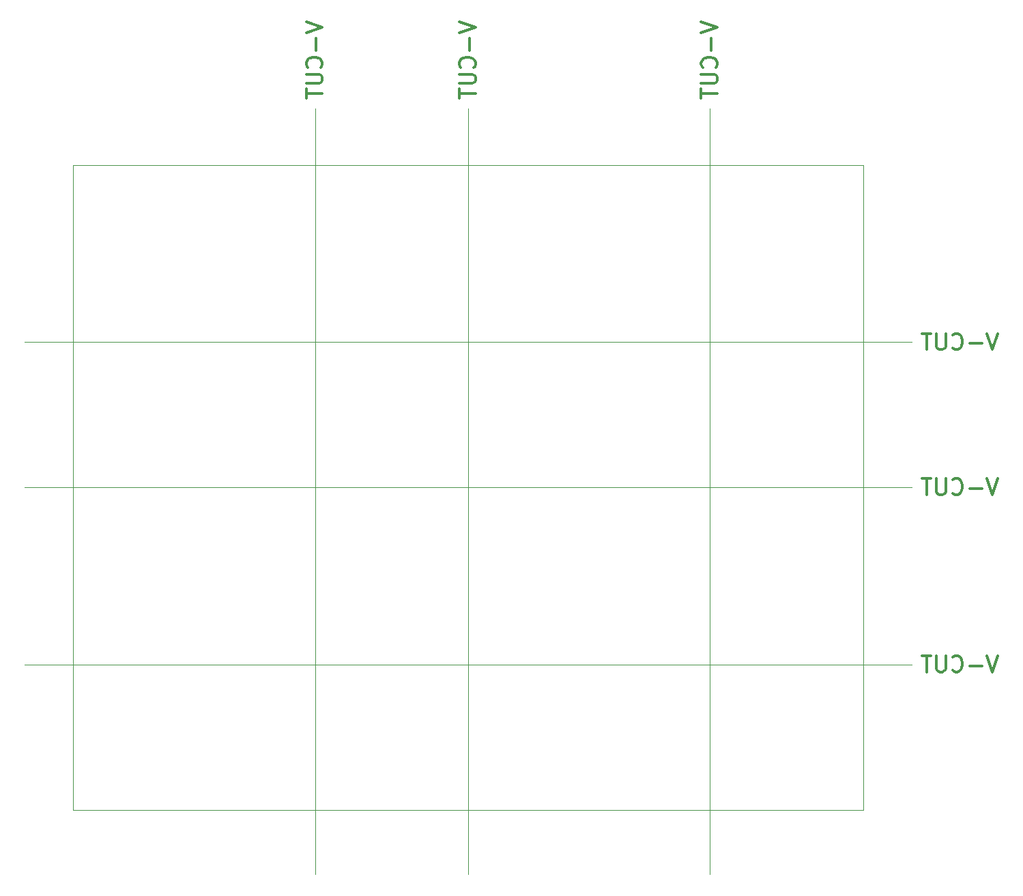
<source format=gbo>
G04 #@! TF.GenerationSoftware,KiCad,Pcbnew,(5.1.5)-3*
G04 #@! TF.CreationDate,2020-03-05T23:42:00+09:00*
G04 #@! TF.ProjectId,USB_Type-C_to_DIP-fin,5553425f-5479-4706-952d-435f746f5f44,rev?*
G04 #@! TF.SameCoordinates,Original*
G04 #@! TF.FileFunction,Legend,Bot*
G04 #@! TF.FilePolarity,Positive*
%FSLAX46Y46*%
G04 Gerber Fmt 4.6, Leading zero omitted, Abs format (unit mm)*
G04 Created by KiCad (PCBNEW (5.1.5)-3) date 2020-03-05 23:42:00*
%MOMM*%
%LPD*%
G04 APERTURE LIST*
%ADD10C,0.300000*%
%ADD11C,0.050000*%
%ADD12C,0.120000*%
%ADD13O,1.202000X1.802000*%
%ADD14R,1.802000X1.802000*%
%ADD15O,1.802000X1.802000*%
%ADD16C,0.802000*%
%ADD17O,1.002000X2.502000*%
%ADD18O,1.002000X1.802000*%
%ADD19C,1.502000*%
%ADD20C,1.052000*%
%ADD21C,0.752000*%
%ADD22O,1.102000X1.702000*%
%ADD23O,1.102000X2.202000*%
G04 APERTURE END LIST*
D10*
X203904761Y-34285714D02*
X205904761Y-34952380D01*
X203904761Y-35619047D01*
X205142857Y-36285714D02*
X205142857Y-37809523D01*
X205714285Y-39904761D02*
X205809523Y-39809523D01*
X205904761Y-39523809D01*
X205904761Y-39333333D01*
X205809523Y-39047619D01*
X205619047Y-38857142D01*
X205428571Y-38761904D01*
X205047619Y-38666666D01*
X204761904Y-38666666D01*
X204380952Y-38761904D01*
X204190476Y-38857142D01*
X204000000Y-39047619D01*
X203904761Y-39333333D01*
X203904761Y-39523809D01*
X204000000Y-39809523D01*
X204095238Y-39904761D01*
X203904761Y-40761904D02*
X205523809Y-40761904D01*
X205714285Y-40857142D01*
X205809523Y-40952380D01*
X205904761Y-41142857D01*
X205904761Y-41523809D01*
X205809523Y-41714285D01*
X205714285Y-41809523D01*
X205523809Y-41904761D01*
X203904761Y-41904761D01*
X203904761Y-42571428D02*
X203904761Y-43714285D01*
X205904761Y-43142857D02*
X203904761Y-43142857D01*
X173904761Y-34285714D02*
X175904761Y-34952380D01*
X173904761Y-35619047D01*
X175142857Y-36285714D02*
X175142857Y-37809523D01*
X175714285Y-39904761D02*
X175809523Y-39809523D01*
X175904761Y-39523809D01*
X175904761Y-39333333D01*
X175809523Y-39047619D01*
X175619047Y-38857142D01*
X175428571Y-38761904D01*
X175047619Y-38666666D01*
X174761904Y-38666666D01*
X174380952Y-38761904D01*
X174190476Y-38857142D01*
X174000000Y-39047619D01*
X173904761Y-39333333D01*
X173904761Y-39523809D01*
X174000000Y-39809523D01*
X174095238Y-39904761D01*
X173904761Y-40761904D02*
X175523809Y-40761904D01*
X175714285Y-40857142D01*
X175809523Y-40952380D01*
X175904761Y-41142857D01*
X175904761Y-41523809D01*
X175809523Y-41714285D01*
X175714285Y-41809523D01*
X175523809Y-41904761D01*
X173904761Y-41904761D01*
X173904761Y-42571428D02*
X173904761Y-43714285D01*
X175904761Y-43142857D02*
X173904761Y-43142857D01*
X154904761Y-34285714D02*
X156904761Y-34952380D01*
X154904761Y-35619047D01*
X156142857Y-36285714D02*
X156142857Y-37809523D01*
X156714285Y-39904761D02*
X156809523Y-39809523D01*
X156904761Y-39523809D01*
X156904761Y-39333333D01*
X156809523Y-39047619D01*
X156619047Y-38857142D01*
X156428571Y-38761904D01*
X156047619Y-38666666D01*
X155761904Y-38666666D01*
X155380952Y-38761904D01*
X155190476Y-38857142D01*
X155000000Y-39047619D01*
X154904761Y-39333333D01*
X154904761Y-39523809D01*
X155000000Y-39809523D01*
X155095238Y-39904761D01*
X154904761Y-40761904D02*
X156523809Y-40761904D01*
X156714285Y-40857142D01*
X156809523Y-40952380D01*
X156904761Y-41142857D01*
X156904761Y-41523809D01*
X156809523Y-41714285D01*
X156714285Y-41809523D01*
X156523809Y-41904761D01*
X154904761Y-41904761D01*
X154904761Y-42571428D02*
X154904761Y-43714285D01*
X156904761Y-43142857D02*
X154904761Y-43142857D01*
X240714285Y-112904761D02*
X240047619Y-114904761D01*
X239380952Y-112904761D01*
X238714285Y-114142857D02*
X237190476Y-114142857D01*
X235095238Y-114714285D02*
X235190476Y-114809523D01*
X235476190Y-114904761D01*
X235666666Y-114904761D01*
X235952380Y-114809523D01*
X236142857Y-114619047D01*
X236238095Y-114428571D01*
X236333333Y-114047619D01*
X236333333Y-113761904D01*
X236238095Y-113380952D01*
X236142857Y-113190476D01*
X235952380Y-113000000D01*
X235666666Y-112904761D01*
X235476190Y-112904761D01*
X235190476Y-113000000D01*
X235095238Y-113095238D01*
X234238095Y-112904761D02*
X234238095Y-114523809D01*
X234142857Y-114714285D01*
X234047619Y-114809523D01*
X233857142Y-114904761D01*
X233476190Y-114904761D01*
X233285714Y-114809523D01*
X233190476Y-114714285D01*
X233095238Y-114523809D01*
X233095238Y-112904761D01*
X232428571Y-112904761D02*
X231285714Y-112904761D01*
X231857142Y-114904761D02*
X231857142Y-112904761D01*
X240714285Y-90904761D02*
X240047619Y-92904761D01*
X239380952Y-90904761D01*
X238714285Y-92142857D02*
X237190476Y-92142857D01*
X235095238Y-92714285D02*
X235190476Y-92809523D01*
X235476190Y-92904761D01*
X235666666Y-92904761D01*
X235952380Y-92809523D01*
X236142857Y-92619047D01*
X236238095Y-92428571D01*
X236333333Y-92047619D01*
X236333333Y-91761904D01*
X236238095Y-91380952D01*
X236142857Y-91190476D01*
X235952380Y-91000000D01*
X235666666Y-90904761D01*
X235476190Y-90904761D01*
X235190476Y-91000000D01*
X235095238Y-91095238D01*
X234238095Y-90904761D02*
X234238095Y-92523809D01*
X234142857Y-92714285D01*
X234047619Y-92809523D01*
X233857142Y-92904761D01*
X233476190Y-92904761D01*
X233285714Y-92809523D01*
X233190476Y-92714285D01*
X233095238Y-92523809D01*
X233095238Y-90904761D01*
X232428571Y-90904761D02*
X231285714Y-90904761D01*
X231857142Y-92904761D02*
X231857142Y-90904761D01*
X240714285Y-72904761D02*
X240047619Y-74904761D01*
X239380952Y-72904761D01*
X238714285Y-74142857D02*
X237190476Y-74142857D01*
X235095238Y-74714285D02*
X235190476Y-74809523D01*
X235476190Y-74904761D01*
X235666666Y-74904761D01*
X235952380Y-74809523D01*
X236142857Y-74619047D01*
X236238095Y-74428571D01*
X236333333Y-74047619D01*
X236333333Y-73761904D01*
X236238095Y-73380952D01*
X236142857Y-73190476D01*
X235952380Y-73000000D01*
X235666666Y-72904761D01*
X235476190Y-72904761D01*
X235190476Y-73000000D01*
X235095238Y-73095238D01*
X234238095Y-72904761D02*
X234238095Y-74523809D01*
X234142857Y-74714285D01*
X234047619Y-74809523D01*
X233857142Y-74904761D01*
X233476190Y-74904761D01*
X233285714Y-74809523D01*
X233190476Y-74714285D01*
X233095238Y-74523809D01*
X233095238Y-72904761D01*
X232428571Y-72904761D02*
X231285714Y-72904761D01*
X231857142Y-74904761D02*
X231857142Y-72904761D01*
D11*
X132000000Y-132000000D02*
X126000000Y-132000000D01*
X126000000Y-132000000D02*
X126000000Y-92000000D01*
X224000000Y-90000000D02*
X224000000Y-130000000D01*
X224000000Y-130000000D02*
X224000000Y-132000000D01*
D12*
X120000000Y-92000000D02*
X230000000Y-92000000D01*
X175000000Y-45000000D02*
X175000000Y-140000000D01*
D11*
X224000000Y-132000000D02*
X181000000Y-132000000D01*
X224000000Y-52000000D02*
X224000000Y-90000000D01*
X126000000Y-92000000D02*
X126000000Y-52000000D01*
D12*
X175000000Y-74000000D02*
X230000000Y-74000000D01*
X120000000Y-74000000D02*
X175000000Y-74000000D01*
X175000000Y-114000000D02*
X230000000Y-114000000D01*
D11*
X175000000Y-52000000D02*
X224000000Y-52000000D01*
X126000000Y-52000000D02*
X175000000Y-52000000D01*
D12*
X205000000Y-45000000D02*
X205000000Y-92000000D01*
X156000000Y-45000000D02*
X156000000Y-92000000D01*
X205000000Y-92000000D02*
X205000000Y-140000000D01*
D11*
X181000000Y-132000000D02*
X132000000Y-132000000D01*
D12*
X120000000Y-114000000D02*
X175000000Y-114000000D01*
X156000000Y-92000000D02*
X156000000Y-140000000D01*
%LPC*%
D13*
X218870000Y-81060000D03*
X210230000Y-81060000D03*
X210230000Y-84860000D03*
X218870000Y-84860000D03*
X169870000Y-81060000D03*
X161230000Y-81060000D03*
X161230000Y-84860000D03*
X169870000Y-84860000D03*
X218870000Y-121060000D03*
X210230000Y-121060000D03*
X210230000Y-124860000D03*
X218870000Y-124860000D03*
D14*
X195900000Y-76400000D03*
D15*
X193360000Y-76400000D03*
X190820000Y-76400000D03*
X188280000Y-76400000D03*
X185740000Y-76400000D03*
X183200000Y-76400000D03*
D14*
X146900000Y-76400000D03*
D15*
X144360000Y-76400000D03*
X141820000Y-76400000D03*
X139280000Y-76400000D03*
X136740000Y-76400000D03*
X134200000Y-76400000D03*
D14*
X195900000Y-116400000D03*
D15*
X193360000Y-116400000D03*
X190820000Y-116400000D03*
X188280000Y-116400000D03*
X185740000Y-116400000D03*
X183200000Y-116400000D03*
D14*
X221600000Y-55100000D03*
D15*
X219060000Y-55100000D03*
X216520000Y-55100000D03*
X213980000Y-55100000D03*
X211440000Y-55100000D03*
X208900000Y-55100000D03*
D14*
X172600000Y-55100000D03*
D15*
X170060000Y-55100000D03*
X167520000Y-55100000D03*
X164980000Y-55100000D03*
X162440000Y-55100000D03*
X159900000Y-55100000D03*
D14*
X221600000Y-95100000D03*
D15*
X219060000Y-95100000D03*
X216520000Y-95100000D03*
X213980000Y-95100000D03*
X211440000Y-95100000D03*
X208900000Y-95100000D03*
D16*
X186200000Y-82500000D03*
X187050000Y-82500000D03*
X187900000Y-82500000D03*
X188750000Y-82500000D03*
X189600000Y-82500000D03*
X190450000Y-82500000D03*
X191300000Y-82500000D03*
X192150000Y-82500000D03*
X187050000Y-83850000D03*
X188750000Y-83850000D03*
X187900000Y-83850000D03*
X186200000Y-83850000D03*
X190450000Y-83850000D03*
X191300000Y-83850000D03*
X192150000Y-83850000D03*
X189600000Y-83850000D03*
D17*
X184850000Y-83480000D03*
X193500000Y-83480000D03*
D18*
X184850000Y-86860000D03*
X193500000Y-86860000D03*
D16*
X137200000Y-82500000D03*
X138050000Y-82500000D03*
X138900000Y-82500000D03*
X139750000Y-82500000D03*
X140600000Y-82500000D03*
X141450000Y-82500000D03*
X142300000Y-82500000D03*
X143150000Y-82500000D03*
X138050000Y-83850000D03*
X139750000Y-83850000D03*
X138900000Y-83850000D03*
X137200000Y-83850000D03*
X141450000Y-83850000D03*
X142300000Y-83850000D03*
X143150000Y-83850000D03*
X140600000Y-83850000D03*
D17*
X135850000Y-83480000D03*
X144500000Y-83480000D03*
D18*
X135850000Y-86860000D03*
X144500000Y-86860000D03*
D16*
X186200000Y-122500000D03*
X187050000Y-122500000D03*
X187900000Y-122500000D03*
X188750000Y-122500000D03*
X189600000Y-122500000D03*
X190450000Y-122500000D03*
X191300000Y-122500000D03*
X192150000Y-122500000D03*
X187050000Y-123850000D03*
X188750000Y-123850000D03*
X187900000Y-123850000D03*
X186200000Y-123850000D03*
X190450000Y-123850000D03*
X191300000Y-123850000D03*
X192150000Y-123850000D03*
X189600000Y-123850000D03*
D17*
X184850000Y-123480000D03*
X193500000Y-123480000D03*
D18*
X184850000Y-126860000D03*
X193500000Y-126860000D03*
D19*
X185370000Y-63490000D03*
X193630000Y-63490000D03*
X193990000Y-69440000D03*
X185010000Y-69440000D03*
D20*
X193100000Y-62240000D03*
D21*
X185900000Y-62240000D03*
X192300000Y-62890000D03*
X190700000Y-62890000D03*
X189900000Y-62890000D03*
X189100000Y-62890000D03*
X188300000Y-62890000D03*
X186700000Y-62890000D03*
X191900000Y-63590000D03*
X191100000Y-63590000D03*
X190300000Y-63590000D03*
X188700000Y-63590000D03*
X187900000Y-63590000D03*
X187100000Y-63590000D03*
D19*
X136370000Y-63490000D03*
X144630000Y-63490000D03*
X144990000Y-69440000D03*
X136010000Y-69440000D03*
D20*
X144100000Y-62240000D03*
D21*
X136900000Y-62240000D03*
X143300000Y-62890000D03*
X141700000Y-62890000D03*
X140900000Y-62890000D03*
X140100000Y-62890000D03*
X139300000Y-62890000D03*
X137700000Y-62890000D03*
X142900000Y-63590000D03*
X142100000Y-63590000D03*
X141300000Y-63590000D03*
X139700000Y-63590000D03*
X138900000Y-63590000D03*
X138100000Y-63590000D03*
D19*
X185370000Y-103490000D03*
X193630000Y-103490000D03*
X193990000Y-109440000D03*
X185010000Y-109440000D03*
D20*
X193100000Y-102240000D03*
D21*
X185900000Y-102240000D03*
X192300000Y-102890000D03*
X190700000Y-102890000D03*
X189900000Y-102890000D03*
X189100000Y-102890000D03*
X188300000Y-102890000D03*
X186700000Y-102890000D03*
X191900000Y-103590000D03*
X191100000Y-103590000D03*
X190300000Y-103590000D03*
X188700000Y-103590000D03*
X187900000Y-103590000D03*
X187100000Y-103590000D03*
D22*
X219350000Y-66760000D03*
D21*
X217920000Y-63110000D03*
D22*
X210710000Y-66760000D03*
D21*
X212140000Y-63110000D03*
D23*
X210710000Y-62580000D03*
X219350000Y-62580000D03*
D22*
X170350000Y-66760000D03*
D21*
X168920000Y-63110000D03*
D22*
X161710000Y-66760000D03*
D21*
X163140000Y-63110000D03*
D23*
X161710000Y-62580000D03*
X170350000Y-62580000D03*
D22*
X219350000Y-106760000D03*
D21*
X217920000Y-103110000D03*
D22*
X210710000Y-106760000D03*
D21*
X212140000Y-103110000D03*
D23*
X210710000Y-102580000D03*
X219350000Y-102580000D03*
D14*
X178500000Y-55000000D03*
D15*
X181040000Y-55000000D03*
X183580000Y-55000000D03*
X186120000Y-55000000D03*
X188660000Y-55000000D03*
X191200000Y-55000000D03*
X193740000Y-55000000D03*
X196280000Y-55000000D03*
X198820000Y-55000000D03*
X201360000Y-55000000D03*
D14*
X129500000Y-55000000D03*
D15*
X132040000Y-55000000D03*
X134580000Y-55000000D03*
X137120000Y-55000000D03*
X139660000Y-55000000D03*
X142200000Y-55000000D03*
X144740000Y-55000000D03*
X147280000Y-55000000D03*
X149820000Y-55000000D03*
X152360000Y-55000000D03*
D14*
X178500000Y-95000000D03*
D15*
X181040000Y-95000000D03*
X183580000Y-95000000D03*
X186120000Y-95000000D03*
X188660000Y-95000000D03*
X191200000Y-95000000D03*
X193740000Y-95000000D03*
X196280000Y-95000000D03*
X198820000Y-95000000D03*
X201360000Y-95000000D03*
D14*
X210700000Y-76000000D03*
D15*
X213240000Y-76000000D03*
X215780000Y-76000000D03*
X218320000Y-76000000D03*
D14*
X161700000Y-76000000D03*
D15*
X164240000Y-76000000D03*
X166780000Y-76000000D03*
X169320000Y-76000000D03*
D14*
X210700000Y-116000000D03*
D15*
X213240000Y-116000000D03*
X215780000Y-116000000D03*
X218320000Y-116000000D03*
D18*
X144500000Y-126860000D03*
X135850000Y-126860000D03*
D17*
X144500000Y-123480000D03*
X135850000Y-123480000D03*
D16*
X140600000Y-123850000D03*
X143150000Y-123850000D03*
X142300000Y-123850000D03*
X141450000Y-123850000D03*
X137200000Y-123850000D03*
X138900000Y-123850000D03*
X139750000Y-123850000D03*
X138050000Y-123850000D03*
X143150000Y-122500000D03*
X142300000Y-122500000D03*
X141450000Y-122500000D03*
X140600000Y-122500000D03*
X139750000Y-122500000D03*
X138900000Y-122500000D03*
X138050000Y-122500000D03*
X137200000Y-122500000D03*
D21*
X138100000Y-103590000D03*
X138900000Y-103590000D03*
X139700000Y-103590000D03*
X141300000Y-103590000D03*
X142100000Y-103590000D03*
X142900000Y-103590000D03*
X137700000Y-102890000D03*
X139300000Y-102890000D03*
X140100000Y-102890000D03*
X140900000Y-102890000D03*
X141700000Y-102890000D03*
X143300000Y-102890000D03*
X136900000Y-102240000D03*
D20*
X144100000Y-102240000D03*
D19*
X136010000Y-109440000D03*
X144990000Y-109440000D03*
X144630000Y-103490000D03*
X136370000Y-103490000D03*
D23*
X170350000Y-102580000D03*
X161710000Y-102580000D03*
D21*
X163140000Y-103110000D03*
D22*
X161710000Y-106760000D03*
D21*
X168920000Y-103110000D03*
D22*
X170350000Y-106760000D03*
D13*
X169870000Y-124860000D03*
X161230000Y-124860000D03*
X161230000Y-121060000D03*
X169870000Y-121060000D03*
D15*
X152360000Y-95000000D03*
X149820000Y-95000000D03*
X147280000Y-95000000D03*
X144740000Y-95000000D03*
X142200000Y-95000000D03*
X139660000Y-95000000D03*
X137120000Y-95000000D03*
X134580000Y-95000000D03*
X132040000Y-95000000D03*
D14*
X129500000Y-95000000D03*
D15*
X169320000Y-116000000D03*
X166780000Y-116000000D03*
X164240000Y-116000000D03*
D14*
X161700000Y-116000000D03*
D15*
X134200000Y-116400000D03*
X136740000Y-116400000D03*
X139280000Y-116400000D03*
X141820000Y-116400000D03*
X144360000Y-116400000D03*
D14*
X146900000Y-116400000D03*
D15*
X159900000Y-95100000D03*
X162440000Y-95100000D03*
X164980000Y-95100000D03*
X167520000Y-95100000D03*
X170060000Y-95100000D03*
D14*
X172600000Y-95100000D03*
M02*

</source>
